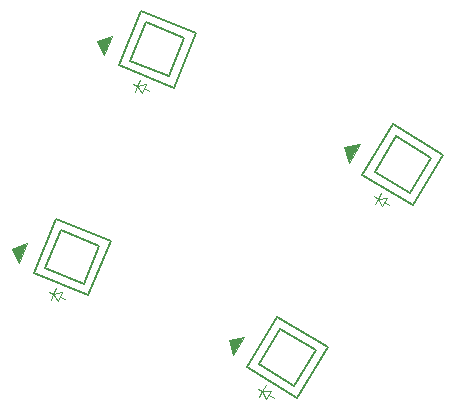
<source format=gbr>
%TF.GenerationSoftware,KiCad,Pcbnew,6.0.10-86aedd382b~118~ubuntu22.04.1*%
%TF.CreationDate,2023-01-31T18:18:49-07:00*%
%TF.ProjectId,scaarix_flow_thumb_cluster,73636161-7269-4785-9f66-6c6f775f7468,v1.0.0*%
%TF.SameCoordinates,Original*%
%TF.FileFunction,Legend,Bot*%
%TF.FilePolarity,Positive*%
%FSLAX46Y46*%
G04 Gerber Fmt 4.6, Leading zero omitted, Abs format (unit mm)*
G04 Created by KiCad (PCBNEW 6.0.10-86aedd382b~118~ubuntu22.04.1) date 2023-01-31 18:18:49*
%MOMM*%
%LPD*%
G01*
G04 APERTURE LIST*
%ADD10C,0.100000*%
%ADD11C,0.150000*%
G04 APERTURE END LIST*
D10*
%TO.C,D27*%
X300014007Y-173837593D02*
X299601977Y-174523326D01*
X299807992Y-174180460D02*
X300236575Y-174437979D01*
X299601977Y-174523326D02*
X299293691Y-173871437D01*
X299293691Y-173871437D02*
X299576962Y-173399995D01*
X298950825Y-173665421D02*
X299293691Y-173871437D01*
X299293691Y-173871437D02*
X299010421Y-174342879D01*
X299293691Y-173871437D02*
X300014007Y-173837593D01*
%TO.C,D25*%
X278538012Y-164171245D02*
X278908886Y-164321088D01*
X279615039Y-164174978D02*
X279315353Y-164916725D01*
X278908886Y-164321088D02*
X279615039Y-164174978D01*
X279315353Y-164916725D02*
X278908886Y-164321088D01*
X278908886Y-164321088D02*
X278702852Y-164831039D01*
X278908886Y-164321088D02*
X279114919Y-163811137D01*
X279465196Y-164545852D02*
X279928788Y-164733155D01*
%TO.C,D26*%
X289507991Y-190157537D02*
X290228307Y-190123693D01*
X290022292Y-190466560D02*
X290450875Y-190724079D01*
X289165125Y-189951521D02*
X289507991Y-190157537D01*
X289816277Y-190809426D02*
X289507991Y-190157537D01*
X289507991Y-190157537D02*
X289224721Y-190628979D01*
X290228307Y-190123693D02*
X289816277Y-190809426D01*
X289507991Y-190157537D02*
X289791262Y-189686095D01*
%TO.C,D24*%
X271791286Y-181937488D02*
X271585252Y-182447439D01*
X271420412Y-181787645D02*
X271791286Y-181937488D01*
X272347596Y-182162252D02*
X272811188Y-182349555D01*
X272197753Y-182533125D02*
X271791286Y-181937488D01*
X271791286Y-181937488D02*
X272497439Y-181791378D01*
X272497439Y-181791378D02*
X272197753Y-182533125D01*
X271791286Y-181937488D02*
X271997319Y-181427537D01*
D11*
%TO.C,LED52*%
X279218557Y-157958024D02*
X283854476Y-159831057D01*
X278321867Y-162179510D02*
X279632990Y-158934367D01*
X279632990Y-158934367D02*
X282878133Y-160245490D01*
X281981443Y-164466976D02*
X277345524Y-162593943D01*
X281567010Y-163490633D02*
X278321867Y-162179510D01*
X277345524Y-162593943D02*
X279218557Y-157958024D01*
X283854476Y-159831057D02*
X281981443Y-164466976D01*
X282878133Y-160245490D02*
X281567010Y-163490633D01*
G36*
X276067130Y-161753878D02*
G01*
X275481775Y-160533216D01*
X276750787Y-160061768D01*
X276067130Y-161753878D01*
G37*
D10*
X276067130Y-161753878D02*
X275481775Y-160533216D01*
X276750787Y-160061768D01*
X276067130Y-161753878D01*
D11*
%TO.C,LED51*%
X270145524Y-180193943D02*
X272018557Y-175558024D01*
X276654476Y-177431057D02*
X274781443Y-182066976D01*
X272432990Y-176534367D02*
X275678133Y-177845490D01*
X274367010Y-181090633D02*
X271121867Y-179779510D01*
X271121867Y-179779510D02*
X272432990Y-176534367D01*
X275678133Y-177845490D02*
X274367010Y-181090633D01*
X274781443Y-182066976D02*
X270145524Y-180193943D01*
X272018557Y-175558024D02*
X276654476Y-177431057D01*
G36*
X268867130Y-179353878D02*
G01*
X268281775Y-178133216D01*
X269550787Y-177661768D01*
X268867130Y-179353878D01*
G37*
D10*
X268867130Y-179353878D02*
X268281775Y-178133216D01*
X269550787Y-177661768D01*
X268867130Y-179353878D01*
D11*
%TO.C,LED54*%
X300544677Y-167581987D02*
X304830513Y-170157177D01*
X304830513Y-170157177D02*
X302255323Y-174443013D01*
X302255323Y-174443013D02*
X297969487Y-171867823D01*
X300801274Y-168611141D02*
X303801359Y-170413774D01*
X298998641Y-171611226D02*
X300801274Y-168611141D01*
X301998726Y-173413859D02*
X298998641Y-171611226D01*
X297969487Y-171867823D02*
X300544677Y-167581987D01*
X303801359Y-170413774D02*
X301998726Y-173413859D01*
G36*
X296838247Y-170838116D02*
G01*
X296451052Y-169540913D01*
X297778192Y-169273785D01*
X296838247Y-170838116D01*
G37*
D10*
X296838247Y-170838116D02*
X296451052Y-169540913D01*
X297778192Y-169273785D01*
X296838247Y-170838116D01*
D11*
%TO.C,LED53*%
X288169487Y-188167823D02*
X290744677Y-183881987D01*
X295030513Y-186457177D02*
X292455323Y-190743013D01*
X289198641Y-187911226D02*
X291001274Y-184911141D01*
X292198726Y-189713859D02*
X289198641Y-187911226D01*
X294001359Y-186713774D02*
X292198726Y-189713859D01*
X291001274Y-184911141D02*
X294001359Y-186713774D01*
X292455323Y-190743013D02*
X288169487Y-188167823D01*
X290744677Y-183881987D02*
X295030513Y-186457177D01*
G36*
X287038247Y-187138116D02*
G01*
X286651052Y-185840913D01*
X287978192Y-185573785D01*
X287038247Y-187138116D01*
G37*
D10*
X287038247Y-187138116D02*
X286651052Y-185840913D01*
X287978192Y-185573785D01*
X287038247Y-187138116D01*
%TD*%
M02*

</source>
